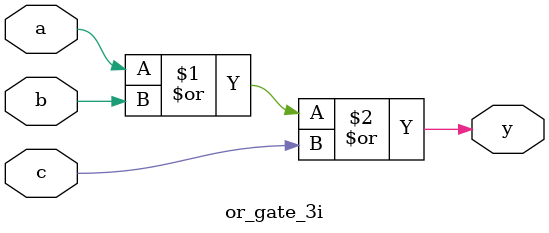
<source format=v>


// verilator lint_off UNOPTFLAT

module xor_gate (
    input  wire a,
    input  wire b,
    output wire y
);
    assign y = (a ^ b); 
endmodule

module and_gate (
    input  wire a,
    input  wire b,
    output wire y
);
    assign y = (a & b);  // Continuous assignment for combinational logic
endmodule

module or_gate_3i ( // 3 input OR Gate for carry out
    input  wire a,
    input  wire b,
    input  wire c,
    output wire y
);
    assign y = (a | b | c); // Bitwise or
endmodule


</source>
